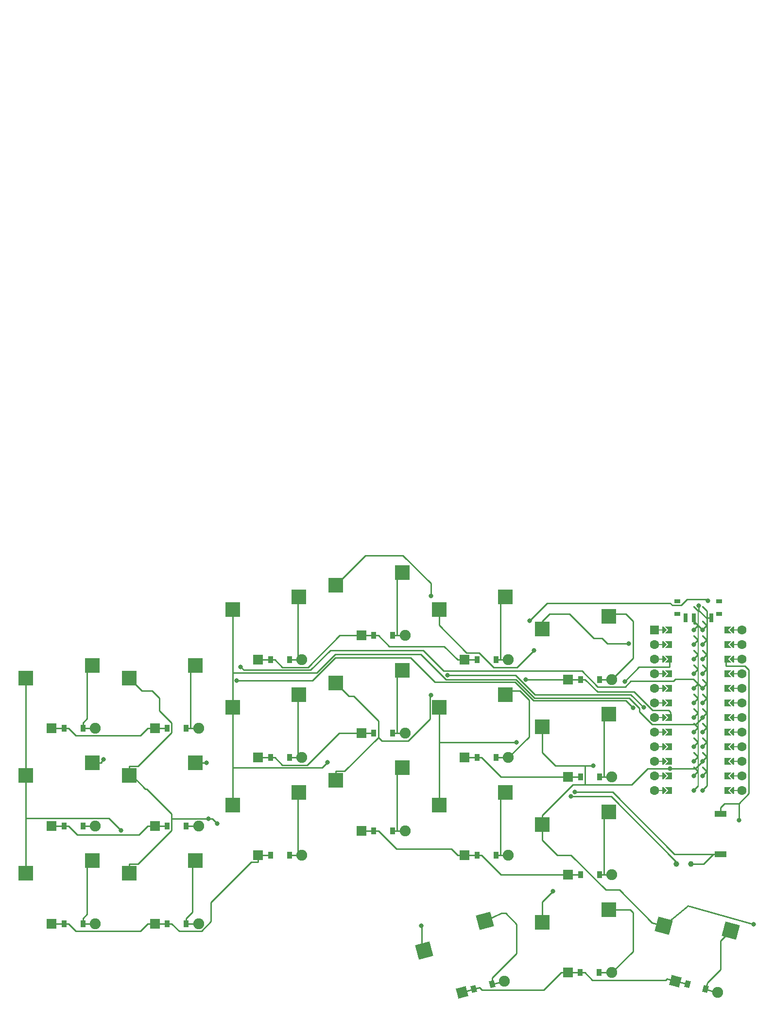
<source format=gbr>
%TF.GenerationSoftware,KiCad,Pcbnew,(6.0.4)*%
%TF.CreationDate,2022-07-15T23:35:53-07:00*%
%TF.ProjectId,danns87_corne_custom,64616e6e-7338-4375-9f63-6f726e655f63,v1.0.0*%
%TF.SameCoordinates,Original*%
%TF.FileFunction,Copper,L1,Top*%
%TF.FilePolarity,Positive*%
%FSLAX46Y46*%
G04 Gerber Fmt 4.6, Leading zero omitted, Abs format (unit mm)*
G04 Created by KiCad (PCBNEW (6.0.4)) date 2022-07-15 23:35:53*
%MOMM*%
%LPD*%
G01*
G04 APERTURE LIST*
G04 Aperture macros list*
%AMRotRect*
0 Rectangle, with rotation*
0 The origin of the aperture is its center*
0 $1 length*
0 $2 width*
0 $3 Rotation angle, in degrees counterclockwise*
0 Add horizontal line*
21,1,$1,$2,0,0,$3*%
%AMFreePoly0*
4,1,6,0.600000,0.200000,0.000000,-0.400000,-0.600000,0.200000,-0.600000,0.400000,0.600000,0.400000,0.600000,0.200000,0.600000,0.200000,$1*%
%AMFreePoly1*
4,1,5,0.125000,-0.500000,-0.125000,-0.500000,-0.125000,0.500000,0.125000,0.500000,0.125000,-0.500000,0.125000,-0.500000,$1*%
%AMFreePoly2*
4,1,49,0.088388,4.152388,0.854389,3.386388,0.867708,3.368551,0.871189,3.365530,0.871982,3.362827,0.875852,3.357644,0.882333,3.327543,0.891000,3.298000,0.891000,0.766000,0.887805,0.743969,0.888131,0.739371,0.886780,0.736898,0.885852,0.730498,0.869154,0.704638,0.854389,0.677612,0.088388,-0.088388,0.064607,-0.106146,0.062500,-0.108253,0.061385,-0.108552,0.059644,-0.109852,
0.043810,-0.113261,0.000000,-0.125000,-0.004774,-0.123721,-0.009154,-0.124664,-0.028953,-0.117242,-0.062500,-0.108253,-0.068237,-0.102516,-0.075052,-0.099961,-0.087614,-0.083139,-0.108253,-0.062500,-0.111178,-0.051584,-0.117161,-0.043572,-0.118539,-0.024114,-0.125000,0.000000,-0.121239,0.014035,-0.122131,0.026629,-0.113759,0.041953,-0.108253,0.062500,-0.095642,0.075111,-0.088388,0.088388,
0.641000,0.817777,0.641000,3.246223,-0.088388,3.975612,-0.109852,4.004356,-0.124664,4.073154,-0.099961,4.139052,-0.043572,4.181161,0.026629,4.186131,0.088388,4.152388,0.088388,4.152388,$1*%
%AMFreePoly3*
4,1,6,0.600000,-0.250000,-0.600000,-0.250000,-0.600000,1.000000,0.000000,0.400000,0.600000,1.000000,0.600000,-0.250000,0.600000,-0.250000,$1*%
%AMFreePoly4*
4,1,49,0.088388,4.152388,0.850389,3.390388,0.863708,3.372551,0.867189,3.369530,0.867982,3.366827,0.871852,3.361644,0.878333,3.331543,0.887000,3.302000,0.887000,0.762000,0.883805,0.739969,0.884131,0.735371,0.882780,0.732898,0.881852,0.726498,0.865154,0.700638,0.850389,0.673612,0.088388,-0.088388,0.064607,-0.106146,0.062500,-0.108253,0.061385,-0.108552,0.059644,-0.109852,
0.043810,-0.113261,0.000000,-0.125000,-0.004774,-0.123721,-0.009154,-0.124664,-0.028953,-0.117242,-0.062500,-0.108253,-0.068237,-0.102516,-0.075052,-0.099961,-0.087614,-0.083139,-0.108253,-0.062500,-0.111178,-0.051584,-0.117161,-0.043572,-0.118539,-0.024114,-0.125000,0.000000,-0.121239,0.014035,-0.122131,0.026629,-0.113759,0.041953,-0.108253,0.062500,-0.095642,0.075111,-0.088388,0.088388,
0.637000,0.813777,0.637000,3.250223,-0.088388,3.975612,-0.109852,4.004356,-0.124664,4.073154,-0.099961,4.139052,-0.043572,4.181161,0.026629,4.186131,0.088388,4.152388,0.088388,4.152388,$1*%
G04 Aperture macros list end*
%TA.AperFunction,ComponentPad*%
%ADD10C,1.000000*%
%TD*%
%TA.AperFunction,ComponentPad*%
%ADD11C,1.905000*%
%TD*%
%TA.AperFunction,SMDPad,CuDef*%
%ADD12R,0.900000X1.200000*%
%TD*%
%TA.AperFunction,ComponentPad*%
%ADD13R,1.778000X1.778000*%
%TD*%
%TA.AperFunction,SMDPad,CuDef*%
%ADD14R,2.600000X2.600000*%
%TD*%
%TA.AperFunction,SMDPad,CuDef*%
%ADD15R,2.000000X1.000000*%
%TD*%
%TA.AperFunction,SMDPad,CuDef*%
%ADD16FreePoly0,270.000000*%
%TD*%
%TA.AperFunction,SMDPad,CuDef*%
%ADD17FreePoly0,90.000000*%
%TD*%
%TA.AperFunction,ComponentPad*%
%ADD18R,1.600000X1.600000*%
%TD*%
%TA.AperFunction,SMDPad,CuDef*%
%ADD19FreePoly1,270.000000*%
%TD*%
%TA.AperFunction,ComponentPad*%
%ADD20C,1.600000*%
%TD*%
%TA.AperFunction,SMDPad,CuDef*%
%ADD21FreePoly1,90.000000*%
%TD*%
%TA.AperFunction,SMDPad,CuDef*%
%ADD22FreePoly2,270.000000*%
%TD*%
%TA.AperFunction,ComponentPad*%
%ADD23C,0.800000*%
%TD*%
%TA.AperFunction,SMDPad,CuDef*%
%ADD24FreePoly3,270.000000*%
%TD*%
%TA.AperFunction,SMDPad,CuDef*%
%ADD25FreePoly4,90.000000*%
%TD*%
%TA.AperFunction,SMDPad,CuDef*%
%ADD26FreePoly3,90.000000*%
%TD*%
%TA.AperFunction,SMDPad,CuDef*%
%ADD27R,1.000000X0.800000*%
%TD*%
%TA.AperFunction,SMDPad,CuDef*%
%ADD28R,0.700000X1.500000*%
%TD*%
%TA.AperFunction,SMDPad,CuDef*%
%ADD29RotRect,0.900000X1.200000X345.000000*%
%TD*%
%TA.AperFunction,ComponentPad*%
%ADD30RotRect,1.778000X1.778000X345.000000*%
%TD*%
%TA.AperFunction,SMDPad,CuDef*%
%ADD31RotRect,0.900000X1.200000X15.000000*%
%TD*%
%TA.AperFunction,ComponentPad*%
%ADD32RotRect,1.778000X1.778000X15.000000*%
%TD*%
%TA.AperFunction,SMDPad,CuDef*%
%ADD33RotRect,2.600000X2.600000X345.000000*%
%TD*%
%TA.AperFunction,SMDPad,CuDef*%
%ADD34RotRect,2.600000X2.600000X15.000000*%
%TD*%
%TA.AperFunction,ViaPad*%
%ADD35C,0.800000*%
%TD*%
%TA.AperFunction,Conductor*%
%ADD36C,0.250000*%
%TD*%
G04 APERTURE END LIST*
D10*
%TO.P,PAD1,1*%
%TO.N,pos*%
X123105000Y5400000D03*
%TO.P,PAD1,2*%
%TO.N,GND*%
X125645000Y5400000D03*
%TD*%
D11*
%TO.P,D10,1*%
%TO.N,middle_bottom*%
X75810000Y11150000D03*
D12*
%TO.N,P6*%
X70350000Y11150000D03*
%TO.P,D10,2*%
%TO.N,middle_bottom*%
X73650000Y11150000D03*
D13*
%TO.N,P6*%
X68190000Y11150000D03*
%TD*%
D12*
%TO.P,D9,1*%
%TO.N,P4*%
X52350000Y40900000D03*
D11*
%TO.N,ring_top*%
X57810000Y40900000D03*
D13*
%TO.P,D9,2*%
%TO.N,P4*%
X50190000Y40900000D03*
D12*
%TO.N,ring_top*%
X55650000Y40900000D03*
%TD*%
D11*
%TO.P,D7,1*%
%TO.N,ring_bottom*%
X57810000Y6900000D03*
D12*
%TO.N,P6*%
X52350000Y6900000D03*
%TO.P,D7,2*%
%TO.N,ring_bottom*%
X55650000Y6900000D03*
D13*
%TO.N,P6*%
X50190000Y6900000D03*
%TD*%
D12*
%TO.P,D2,1*%
%TO.N,P5*%
X16350000Y12000000D03*
D11*
%TO.N,outer_home*%
X21810000Y12000000D03*
D12*
%TO.P,D2,2*%
X19650000Y12000000D03*
D13*
%TO.N,P5*%
X14190000Y12000000D03*
%TD*%
D12*
%TO.P,D16,1*%
%TO.N,P6*%
X106350000Y3500000D03*
D11*
%TO.N,inner_bottom*%
X111810000Y3500000D03*
D13*
%TO.P,D16,2*%
%TO.N,P6*%
X104190000Y3500000D03*
D12*
%TO.N,inner_bottom*%
X109650000Y3500000D03*
%TD*%
D14*
%TO.P,S2,1*%
%TO.N,outer_home*%
X21275000Y22950000D03*
%TO.P,S2,2*%
%TO.N,P21*%
X9725000Y20750000D03*
%TD*%
D12*
%TO.P,D1,1*%
%TO.N,P6*%
X16350000Y-5000000D03*
D11*
%TO.N,outer_bottom*%
X21810000Y-5000000D03*
D12*
%TO.P,D1,2*%
X19650000Y-5000000D03*
D13*
%TO.N,P6*%
X14190000Y-5000000D03*
%TD*%
D11*
%TO.P,D6,1*%
%TO.N,pinky_top*%
X39810000Y29000000D03*
D12*
%TO.N,P4*%
X34350000Y29000000D03*
D13*
%TO.P,D6,2*%
X32190000Y29000000D03*
D12*
%TO.N,pinky_top*%
X37650000Y29000000D03*
%TD*%
D15*
%TO.P,S22,1*%
%TO.N,RST*%
X130810000Y14075000D03*
%TO.P,S22,2*%
%TO.N,GND*%
X130810000Y7075000D03*
%TD*%
D11*
%TO.P,D13,1*%
%TO.N,index_bottom*%
X93810000Y6900000D03*
D12*
%TO.N,P6*%
X88350000Y6900000D03*
D13*
%TO.P,D13,2*%
X86190000Y6900000D03*
D12*
%TO.N,index_bottom*%
X91650000Y6900000D03*
%TD*%
%TO.P,D4,1*%
%TO.N,P6*%
X34350000Y-5000000D03*
D11*
%TO.N,pinky_bottom*%
X39810000Y-5000000D03*
D12*
%TO.P,D4,2*%
X37650000Y-5000000D03*
D13*
%TO.N,P6*%
X32190000Y-5000000D03*
%TD*%
D16*
%TO.P,MCU1,*%
%TO.N,*%
X132732000Y23210000D03*
D17*
X121048000Y20670000D03*
D18*
X119270000Y46070000D03*
D19*
X133240000Y35910000D03*
D17*
X121048000Y46070000D03*
D20*
X119270000Y43530000D03*
X119270000Y33370000D03*
X119270000Y23210000D03*
X134510000Y25750000D03*
D17*
X121048000Y30830000D03*
D20*
X119270000Y25750000D03*
X134510000Y20670000D03*
D17*
X121048000Y35910000D03*
D21*
X120540000Y35910000D03*
D16*
X132732000Y33370000D03*
X132732000Y35910000D03*
D19*
X133240000Y46070000D03*
D20*
X134510000Y28290000D03*
X134510000Y18130000D03*
X134510000Y40990000D03*
D19*
X133240000Y18130000D03*
D21*
X120540000Y25750000D03*
D16*
X132732000Y46070000D03*
D20*
X119270000Y20670000D03*
D19*
X133240000Y38450000D03*
D21*
X120540000Y20670000D03*
D20*
X134510000Y33370000D03*
X119270000Y35910000D03*
D16*
X132732000Y18130000D03*
D20*
X134510000Y23210000D03*
D19*
X133240000Y25750000D03*
D16*
X132732000Y20670000D03*
D20*
X134510000Y30830000D03*
D16*
X132732000Y28290000D03*
D20*
X134510000Y46070000D03*
D17*
X121048000Y25750000D03*
D20*
X134510000Y43530000D03*
D17*
X121048000Y23210000D03*
D19*
X133240000Y43530000D03*
D20*
X119270000Y46070000D03*
D17*
X121048000Y38450000D03*
D21*
X120540000Y23210000D03*
D20*
X119270000Y40990000D03*
D16*
X132732000Y30830000D03*
D20*
X119270000Y18130000D03*
D21*
X120540000Y33370000D03*
X120540000Y38450000D03*
D17*
X121048000Y40990000D03*
D19*
X133240000Y23210000D03*
D16*
X132732000Y40990000D03*
X132732000Y38450000D03*
D19*
X133240000Y33370000D03*
D20*
X134510000Y35910000D03*
D19*
X133240000Y28290000D03*
D20*
X119270000Y28290000D03*
D21*
X120540000Y40990000D03*
D17*
X121048000Y33370000D03*
D16*
X132732000Y43530000D03*
D20*
X119270000Y38450000D03*
D21*
X120540000Y18130000D03*
D19*
X133240000Y20670000D03*
D16*
X132732000Y25750000D03*
D21*
X120540000Y46070000D03*
X120540000Y28290000D03*
D20*
X134510000Y38450000D03*
D19*
X133240000Y30830000D03*
D21*
X120540000Y30830000D03*
D20*
X119270000Y30830000D03*
D17*
X121048000Y43530000D03*
X121048000Y28290000D03*
D19*
X133240000Y40990000D03*
D17*
X121048000Y18130000D03*
D21*
X120540000Y43530000D03*
D22*
%TO.P,MCU1,1*%
%TO.N,RAW*%
X127652000Y46070000D03*
D23*
X127652000Y46070000D03*
D24*
X131716000Y46070000D03*
D23*
%TO.P,MCU1,2*%
%TO.N,GND*%
X127652000Y43530000D03*
D22*
X127652000Y43530000D03*
D24*
X131716000Y43530000D03*
D23*
%TO.P,MCU1,3*%
%TO.N,RST*%
X127652000Y40990000D03*
D22*
X127652000Y40990000D03*
D24*
X131716000Y40990000D03*
%TO.P,MCU1,4*%
%TO.N,VCC*%
X131716000Y38450000D03*
D23*
X127652000Y38450000D03*
D22*
X127652000Y38450000D03*
D23*
%TO.P,MCU1,5*%
%TO.N,P21*%
X127652000Y35910000D03*
D24*
X131716000Y35910000D03*
D22*
X127652000Y35910000D03*
D23*
%TO.P,MCU1,6*%
%TO.N,P20*%
X127652000Y33370000D03*
D24*
X131716000Y33370000D03*
D22*
X127652000Y33370000D03*
D24*
%TO.P,MCU1,7*%
%TO.N,P19*%
X131716000Y30830000D03*
D23*
X127652000Y30830000D03*
D22*
X127652000Y30830000D03*
D23*
%TO.P,MCU1,8*%
%TO.N,P18*%
X127652000Y28290000D03*
D22*
X127652000Y28290000D03*
D24*
X131716000Y28290000D03*
D22*
%TO.P,MCU1,9*%
%TO.N,P15*%
X127652000Y25750000D03*
D24*
X131716000Y25750000D03*
D23*
X127652000Y25750000D03*
D24*
%TO.P,MCU1,10*%
%TO.N,P14*%
X131716000Y23210000D03*
D23*
X127652000Y23210000D03*
D22*
X127652000Y23210000D03*
D23*
%TO.P,MCU1,11*%
%TO.N,P16*%
X127652000Y20670000D03*
D22*
X127652000Y20670000D03*
D24*
X131716000Y20670000D03*
D22*
%TO.P,MCU1,12*%
%TO.N,P10*%
X127652000Y18130000D03*
D24*
X131716000Y18130000D03*
D23*
X127652000Y18130000D03*
%TO.P,MCU1,13*%
%TO.N,P9*%
X126128000Y18130000D03*
D25*
X126128000Y18130000D03*
D26*
X122064000Y18130000D03*
D25*
%TO.P,MCU1,14*%
%TO.N,P8*%
X126128000Y20670000D03*
D23*
X126128000Y20670000D03*
D26*
X122064000Y20670000D03*
D23*
%TO.P,MCU1,15*%
%TO.N,P7*%
X126128000Y23210000D03*
D25*
X126128000Y23210000D03*
D26*
X122064000Y23210000D03*
D25*
%TO.P,MCU1,16*%
%TO.N,P6*%
X126128000Y25750000D03*
D26*
X122064000Y25750000D03*
D23*
X126128000Y25750000D03*
%TO.P,MCU1,17*%
%TO.N,P5*%
X126128000Y28290000D03*
D25*
X126128000Y28290000D03*
D26*
X122064000Y28290000D03*
%TO.P,MCU1,18*%
%TO.N,P4*%
X122064000Y30830000D03*
D23*
X126128000Y30830000D03*
D25*
X126128000Y30830000D03*
D23*
%TO.P,MCU1,19*%
%TO.N,P3*%
X126128000Y33370000D03*
D26*
X122064000Y33370000D03*
D25*
X126128000Y33370000D03*
D23*
%TO.P,MCU1,20*%
%TO.N,P2*%
X126128000Y35910000D03*
D25*
X126128000Y35910000D03*
D26*
X122064000Y35910000D03*
D23*
%TO.P,MCU1,21*%
%TO.N,GND*%
X126128000Y38450000D03*
D25*
X126128000Y38450000D03*
D26*
X122064000Y38450000D03*
D23*
%TO.P,MCU1,22*%
X126128000Y40990000D03*
D26*
X122064000Y40990000D03*
D25*
X126128000Y40990000D03*
%TO.P,MCU1,23*%
%TO.N,P0*%
X126128000Y43530000D03*
D23*
X126128000Y43530000D03*
D26*
X122064000Y43530000D03*
D25*
%TO.P,MCU1,24*%
%TO.N,P1*%
X126128000Y46070000D03*
D23*
X126128000Y46070000D03*
D26*
X122064000Y46070000D03*
%TD*%
D14*
%TO.P,S1,1*%
%TO.N,outer_bottom*%
X21275000Y5950000D03*
%TO.P,S1,2*%
%TO.N,P21*%
X9725000Y3750000D03*
%TD*%
%TO.P,S5,1*%
%TO.N,pinky_home*%
X39275000Y22950000D03*
%TO.P,S5,2*%
%TO.N,P20*%
X27725000Y20750000D03*
%TD*%
%TO.P,S15,1*%
%TO.N,index_top*%
X93275000Y51850000D03*
%TO.P,S15,2*%
%TO.N,P15*%
X81725000Y49650000D03*
%TD*%
D12*
%TO.P,D14,1*%
%TO.N,P5*%
X88350000Y23900000D03*
D11*
%TO.N,index_home*%
X93810000Y23900000D03*
D13*
%TO.P,D14,2*%
%TO.N,P5*%
X86190000Y23900000D03*
D12*
%TO.N,index_home*%
X91650000Y23900000D03*
%TD*%
D14*
%TO.P,S6,1*%
%TO.N,pinky_top*%
X39275000Y39950000D03*
%TO.P,S6,2*%
%TO.N,P20*%
X27725000Y37750000D03*
%TD*%
%TO.P,S9,1*%
%TO.N,ring_top*%
X57275000Y51850000D03*
%TO.P,S9,2*%
%TO.N,P19*%
X45725000Y49650000D03*
%TD*%
%TO.P,S8,1*%
%TO.N,ring_home*%
X57275000Y34850000D03*
%TO.P,S8,2*%
%TO.N,P19*%
X45725000Y32650000D03*
%TD*%
D12*
%TO.P,D18,1*%
%TO.N,P4*%
X106350000Y37500000D03*
D11*
%TO.N,inner_top*%
X111810000Y37500000D03*
D12*
%TO.P,D18,2*%
X109650000Y37500000D03*
D13*
%TO.N,P4*%
X104190000Y37500000D03*
%TD*%
D14*
%TO.P,S4,1*%
%TO.N,pinky_bottom*%
X39275000Y5950000D03*
%TO.P,S4,2*%
%TO.N,P20*%
X27725000Y3750000D03*
%TD*%
D11*
%TO.P,D8,1*%
%TO.N,ring_home*%
X57810000Y23900000D03*
D12*
%TO.N,P5*%
X52350000Y23900000D03*
D13*
%TO.P,D8,2*%
X50190000Y23900000D03*
D12*
%TO.N,ring_home*%
X55650000Y23900000D03*
%TD*%
D14*
%TO.P,S18,1*%
%TO.N,inner_top*%
X111275000Y48450000D03*
%TO.P,S18,2*%
%TO.N,P14*%
X99725000Y46250000D03*
%TD*%
%TO.P,S13,1*%
%TO.N,index_bottom*%
X93275000Y17850000D03*
%TO.P,S13,2*%
%TO.N,P15*%
X81725000Y15650000D03*
%TD*%
D11*
%TO.P,D11,1*%
%TO.N,middle_home*%
X75810000Y28150000D03*
D12*
%TO.N,P5*%
X70350000Y28150000D03*
D13*
%TO.P,D11,2*%
X68190000Y28150000D03*
D12*
%TO.N,middle_home*%
X73650000Y28150000D03*
%TD*%
D14*
%TO.P,S12,1*%
%TO.N,middle_top*%
X75275000Y56100000D03*
%TO.P,S12,2*%
%TO.N,P18*%
X63725000Y53900000D03*
%TD*%
D12*
%TO.P,D3,1*%
%TO.N,P4*%
X16350000Y29000000D03*
D11*
%TO.N,outer_top*%
X21810000Y29000000D03*
D13*
%TO.P,D3,2*%
%TO.N,P4*%
X14190000Y29000000D03*
D12*
%TO.N,outer_top*%
X19650000Y29000000D03*
%TD*%
D11*
%TO.P,D5,1*%
%TO.N,pinky_home*%
X39810000Y12000000D03*
D12*
%TO.N,P5*%
X34350000Y12000000D03*
%TO.P,D5,2*%
%TO.N,pinky_home*%
X37650000Y12000000D03*
D13*
%TO.N,P5*%
X32190000Y12000000D03*
%TD*%
D27*
%TO.P,T1,*%
%TO.N,*%
X130540000Y51105000D03*
X123240000Y48895000D03*
X123240000Y51105000D03*
X130540000Y48895000D03*
D28*
%TO.P,T1,1*%
%TO.N,pos*%
X129140000Y48245000D03*
%TO.P,T1,2*%
%TO.N,RAW*%
X126140000Y48245000D03*
%TO.P,T1,3*%
%TO.N,N/C*%
X124640000Y48245000D03*
%TD*%
D14*
%TO.P,S11,1*%
%TO.N,middle_home*%
X75275000Y39100000D03*
%TO.P,S11,2*%
%TO.N,P18*%
X63725000Y36900000D03*
%TD*%
%TO.P,S10,1*%
%TO.N,middle_bottom*%
X75275000Y22100000D03*
%TO.P,S10,2*%
%TO.N,P18*%
X63725000Y19900000D03*
%TD*%
D11*
%TO.P,D17,1*%
%TO.N,inner_home*%
X111810000Y20500000D03*
D12*
%TO.N,P5*%
X106350000Y20500000D03*
%TO.P,D17,2*%
%TO.N,inner_home*%
X109650000Y20500000D03*
D13*
%TO.N,P5*%
X104190000Y20500000D03*
%TD*%
D11*
%TO.P,D20,1*%
%TO.N,home_thumb*%
X111796700Y-13541300D03*
D12*
%TO.N,P7*%
X106336700Y-13541300D03*
D13*
%TO.P,D20,2*%
X104176700Y-13541300D03*
D12*
%TO.N,home_thumb*%
X109636700Y-13541300D03*
%TD*%
D29*
%TO.P,D21,1*%
%TO.N,P7*%
X124992122Y-15562849D03*
D11*
%TO.N,far_thumb*%
X130266077Y-16976001D03*
D30*
%TO.P,D21,2*%
%TO.N,P7*%
X122905723Y-15003799D03*
D29*
%TO.N,far_thumb*%
X128179678Y-16416951D03*
%TD*%
D14*
%TO.P,S7,1*%
%TO.N,ring_bottom*%
X57275000Y17850000D03*
%TO.P,S7,2*%
%TO.N,P19*%
X45725000Y15650000D03*
%TD*%
%TO.P,S17,1*%
%TO.N,inner_home*%
X111275000Y31450000D03*
%TO.P,S17,2*%
%TO.N,P14*%
X99725000Y29250000D03*
%TD*%
D11*
%TO.P,D12,1*%
%TO.N,middle_top*%
X75810000Y45150000D03*
D12*
%TO.N,P4*%
X70350000Y45150000D03*
D13*
%TO.P,D12,2*%
X68190000Y45150000D03*
D12*
%TO.N,middle_top*%
X73650000Y45150000D03*
%TD*%
%TO.P,D15,1*%
%TO.N,P4*%
X88350000Y40900000D03*
D11*
%TO.N,index_top*%
X93810000Y40900000D03*
D12*
%TO.P,D15,2*%
X91650000Y40900000D03*
D13*
%TO.N,P4*%
X86190000Y40900000D03*
%TD*%
D14*
%TO.P,S20,1*%
%TO.N,home_thumb*%
X111261700Y-2591300D03*
%TO.P,S20,2*%
%TO.N,P15*%
X99711700Y-4791300D03*
%TD*%
D31*
%TO.P,D19,1*%
%TO.N,P7*%
X87793722Y-16416951D03*
D11*
%TO.N,near_thumb*%
X93067677Y-15003799D03*
D32*
%TO.P,D19,2*%
%TO.N,P7*%
X85707323Y-16976001D03*
D31*
%TO.N,near_thumb*%
X90981278Y-15562849D03*
%TD*%
D33*
%TO.P,S21,1*%
%TO.N,far_thumb*%
X132583380Y-6260674D03*
%TO.P,S21,2*%
%TO.N,P14*%
X120857535Y-5396351D03*
%TD*%
D14*
%TO.P,S3,1*%
%TO.N,outer_top*%
X21275000Y39950000D03*
%TO.P,S3,2*%
%TO.N,P21*%
X9725000Y37750000D03*
%TD*%
D34*
%TO.P,S19,1*%
%TO.N,near_thumb*%
X89716834Y-4565409D03*
%TO.P,S19,2*%
%TO.N,P18*%
X79129792Y-9679806D03*
%TD*%
D14*
%TO.P,S14,1*%
%TO.N,index_home*%
X93275000Y34850000D03*
%TO.P,S14,2*%
%TO.N,P15*%
X81725000Y32650000D03*
%TD*%
%TO.P,S16,1*%
%TO.N,inner_bottom*%
X111275000Y14450000D03*
%TO.P,S16,2*%
%TO.N,P14*%
X99725000Y12250000D03*
%TD*%
D35*
%TO.N,P21*%
X47159000Y39694100D03*
X26275000Y11196900D03*
%TO.N,P6*%
X97523800Y47736600D03*
X128600600Y51172500D03*
%TO.N,outer_home*%
X23214500Y23577000D03*
%TO.N,P4*%
X96803500Y37500000D03*
%TO.N,P20*%
X46458800Y37288200D03*
X43095300Y12376600D03*
X115536700Y32520900D03*
X41526300Y13282000D03*
%TO.N,pinky_home*%
X41213800Y22950000D03*
%TO.N,P19*%
X62275000Y23052000D03*
%TO.N,P18*%
X80275000Y51993000D03*
X78648278Y-5372650D03*
X83203500Y38224400D03*
X117379700Y32605200D03*
X80275000Y34775000D03*
%TO.N,P15*%
X95250000Y26518900D03*
X98275000Y42527300D03*
X101600000Y635000D03*
%TO.N,P14*%
X108591300Y22497200D03*
X121975600Y21940000D03*
X136525000Y-5080000D03*
X114783300Y43731400D03*
%TO.N,GND*%
X114053800Y37109400D03*
X105369700Y17873400D03*
%TO.N,RST*%
X133985000Y12966400D03*
%TO.N,pos*%
X104665100Y17148100D03*
X127000000Y50299900D03*
%TD*%
D36*
%TO.N,outer_bottom*%
X20390800Y5065800D02*
X20390800Y-3333900D01*
X21810000Y-5000000D02*
X19650000Y-5000000D01*
X20390800Y-3333900D02*
X19650000Y-4074700D01*
X19650000Y-5000000D02*
X19650000Y-4074700D01*
X21275000Y5950000D02*
X20390800Y5065800D01*
%TO.N,P21*%
X106645400Y38949700D02*
X109393000Y36202100D01*
X122557300Y37180000D02*
X122940300Y37563000D01*
X47159000Y39694100D02*
X47717300Y39135800D01*
X9725000Y20750000D02*
X9725000Y13324000D01*
X24147900Y13324000D02*
X26275000Y11196900D01*
X115150200Y37180000D02*
X122557300Y37180000D01*
X78956100Y42545000D02*
X82551400Y38949700D01*
X9725000Y13324000D02*
X24147900Y13324000D01*
X9725000Y37750000D02*
X9725000Y20750000D01*
X109393000Y36202100D02*
X114172300Y36202100D01*
X125999000Y37563000D02*
X127652000Y35910000D01*
X122940300Y37563000D02*
X125999000Y37563000D01*
X59349200Y39135800D02*
X62758400Y42545000D01*
X9725000Y13324000D02*
X9725000Y3750000D01*
X62758400Y42545000D02*
X78956100Y42545000D01*
X47717300Y39135800D02*
X59349200Y39135800D01*
X114172300Y36202100D02*
X115150200Y37180000D01*
X82551400Y38949700D02*
X106645400Y38949700D01*
%TO.N,P6*%
X50190000Y6900000D02*
X50190000Y5685700D01*
X128338100Y51435000D02*
X128600600Y51172500D01*
X34350000Y-5000000D02*
X32190000Y-5000000D01*
X34350000Y-5000000D02*
X35125300Y-5000000D01*
X92525300Y3500000D02*
X89125300Y6900000D01*
X121995978Y50800000D02*
X122415489Y50380489D01*
X97523800Y47736600D02*
X100587200Y50800000D01*
X32190000Y-5000000D02*
X30975700Y-5000000D01*
X48975700Y5685700D02*
X41986000Y-1304000D01*
X124951000Y51435000D02*
X128338100Y51435000D01*
X88350000Y6900000D02*
X89125300Y6900000D01*
X122415489Y50380489D02*
X123896489Y50380489D01*
X14190000Y-5000000D02*
X16350000Y-5000000D01*
X16350000Y-5000000D02*
X17125300Y-5000000D01*
X50190000Y5685700D02*
X48975700Y5685700D01*
X18416200Y-6290900D02*
X17125300Y-5000000D01*
X84975700Y6900000D02*
X83895700Y7980000D01*
X52350000Y6900000D02*
X50190000Y6900000D01*
X30975700Y-5000000D02*
X29684800Y-6290900D01*
X83895700Y7980000D02*
X74295300Y7980000D01*
X70350000Y11150000D02*
X71125300Y11150000D01*
X123896489Y50380489D02*
X124951000Y51435000D01*
X29684800Y-6290900D02*
X18416200Y-6290900D01*
X86190000Y6900000D02*
X84975700Y6900000D01*
X74295300Y7980000D02*
X71125300Y11150000D01*
X41986000Y-4635700D02*
X40330800Y-6290900D01*
X106350000Y3500000D02*
X104190000Y3500000D01*
X40330800Y-6290900D02*
X36416200Y-6290900D01*
X86190000Y6900000D02*
X88350000Y6900000D01*
X41986000Y-1304000D02*
X41986000Y-4635700D01*
X36416200Y-6290900D02*
X35125300Y-5000000D01*
X100587200Y50800000D02*
X121995978Y50800000D01*
X104190000Y3500000D02*
X92525300Y3500000D01*
X68190000Y11150000D02*
X70350000Y11150000D01*
%TO.N,outer_home*%
X21810000Y12000000D02*
X19650000Y12000000D01*
X21275000Y22950000D02*
X22900300Y22950000D01*
X22900300Y23262800D02*
X22900300Y22950000D01*
X23214500Y23577000D02*
X22900300Y23262800D01*
%TO.N,P5*%
X92525300Y20500000D02*
X104190000Y20500000D01*
X34350000Y12000000D02*
X32190000Y12000000D01*
X89125300Y23900000D02*
X92525300Y20500000D01*
X68190000Y28150000D02*
X64311400Y28150000D01*
X64311400Y28150000D02*
X58749100Y22587700D01*
X29421800Y10446100D02*
X18679200Y10446100D01*
X58749100Y22587700D02*
X54437600Y22587700D01*
X88350000Y23900000D02*
X89125300Y23900000D01*
X52350000Y23900000D02*
X53125300Y23900000D01*
X106350000Y20500000D02*
X104190000Y20500000D01*
X88350000Y23900000D02*
X86190000Y23900000D01*
X54437600Y22587700D02*
X53125300Y23900000D01*
X32190000Y12000000D02*
X30975700Y12000000D01*
X18679200Y10446100D02*
X17125300Y12000000D01*
X16350000Y12000000D02*
X17125300Y12000000D01*
X30975700Y12000000D02*
X29421800Y10446100D01*
X14190000Y12000000D02*
X16350000Y12000000D01*
X50190000Y23900000D02*
X52350000Y23900000D01*
X70350000Y28150000D02*
X68190000Y28150000D01*
%TO.N,outer_top*%
X21275000Y39950000D02*
X20390800Y39065800D01*
X20390800Y30666100D02*
X19650000Y29925300D01*
X21810000Y29000000D02*
X19650000Y29000000D01*
X20390800Y39065800D02*
X20390800Y30666100D01*
X19650000Y29000000D02*
X19650000Y29925300D01*
%TO.N,P4*%
X18413800Y27711500D02*
X17125300Y29000000D01*
X86190000Y40900000D02*
X84975700Y40900000D01*
X30975700Y29000000D02*
X29687200Y27711500D01*
X104190000Y37500000D02*
X96803500Y37500000D01*
X29687200Y27711500D02*
X18413800Y27711500D01*
X16350000Y29000000D02*
X17125300Y29000000D01*
X73018600Y43256700D02*
X71125300Y45150000D01*
X58889200Y39619300D02*
X54406000Y39619300D01*
X32190000Y29000000D02*
X30975700Y29000000D01*
X118886200Y32124500D02*
X121694800Y32124500D01*
X64419900Y45150000D02*
X58889200Y39619300D01*
X107125300Y37500000D02*
X109318000Y35307300D01*
X52350000Y40900000D02*
X53125300Y40900000D01*
X115703400Y35307300D02*
X118886200Y32124500D01*
X106350000Y37500000D02*
X104190000Y37500000D01*
X34350000Y29000000D02*
X32190000Y29000000D01*
X50190000Y40900000D02*
X52350000Y40900000D01*
X109318000Y35307300D02*
X115703400Y35307300D01*
X88350000Y40900000D02*
X86190000Y40900000D01*
X54406000Y39619300D02*
X53125300Y40900000D01*
X84975700Y40900000D02*
X82619000Y43256700D01*
X68190000Y45150000D02*
X64419900Y45150000D01*
X106350000Y37500000D02*
X107125300Y37500000D01*
X121694800Y32124500D02*
X122064000Y31755300D01*
X14190000Y29000000D02*
X16350000Y29000000D01*
X70350000Y45150000D02*
X71125300Y45150000D01*
X70350000Y45150000D02*
X68190000Y45150000D01*
X82619000Y43256700D02*
X73018600Y43256700D01*
X122064000Y30830000D02*
X122064000Y31755300D01*
%TO.N,pinky_bottom*%
X38735000Y-2989700D02*
X37650000Y-4074700D01*
X38735000Y5410000D02*
X38735000Y-2989700D01*
X37650000Y-4074700D02*
X37650000Y-5000000D01*
X39275000Y5950000D02*
X38735000Y5410000D01*
X39810000Y-5000000D02*
X37650000Y-5000000D01*
%TO.N,P20*%
X27725000Y21256100D02*
X27725000Y22375300D01*
X33020000Y32029022D02*
X33020000Y34290000D01*
X35125400Y11252000D02*
X29248700Y5375300D01*
X27725000Y22375300D02*
X29248700Y22375300D01*
X63638800Y41275000D02*
X76792200Y41275000D01*
X35124511Y28251111D02*
X35124511Y29924511D01*
X31750000Y35560000D02*
X29915000Y35560000D01*
X35125400Y13282000D02*
X41526300Y13282000D01*
X27725000Y20750000D02*
X27725000Y21256100D01*
X27725000Y21256100D02*
X30542200Y18438900D01*
X30818300Y18438900D02*
X35125400Y14131800D01*
X27725000Y3750000D02*
X27725000Y5375300D01*
X35125400Y13282000D02*
X35125400Y11252000D01*
X33020000Y34290000D02*
X31750000Y35560000D01*
X42189900Y13282000D02*
X43095300Y12376600D01*
X35124511Y29924511D02*
X33020000Y32029022D01*
X94925300Y37048800D02*
X98164600Y33809500D01*
X29915000Y35560000D02*
X27725000Y37750000D01*
X29248700Y22375300D02*
X35124511Y28251111D01*
X30542200Y18438900D02*
X30818300Y18438900D01*
X41526300Y13282000D02*
X42189900Y13282000D01*
X114248100Y33809500D02*
X115536700Y32520900D01*
X98164600Y33809500D02*
X114248100Y33809500D01*
X59652000Y37288200D02*
X63638800Y41275000D01*
X76792200Y41275000D02*
X81018400Y37048800D01*
X46458800Y37288200D02*
X59652000Y37288200D01*
X81018400Y37048800D02*
X94925300Y37048800D01*
X35125400Y14131800D02*
X35125400Y13282000D01*
X29248700Y5375300D02*
X27725000Y5375300D01*
%TO.N,pinky_home*%
X37650000Y12000000D02*
X38425300Y12000000D01*
X40900300Y22950000D02*
X41213800Y22950000D01*
X39810000Y12000000D02*
X38425300Y12000000D01*
X39275000Y22950000D02*
X40900300Y22950000D01*
%TO.N,pinky_top*%
X39810000Y29000000D02*
X38425300Y29000000D01*
X37650000Y29000000D02*
X38425300Y29000000D01*
X39275000Y39950000D02*
X38425300Y39100300D01*
X38425300Y39100300D02*
X38425300Y29000000D01*
%TO.N,ring_bottom*%
X57121100Y17696100D02*
X57121100Y7588900D01*
X57810000Y6900000D02*
X55650000Y6900000D01*
X57121100Y7588900D02*
X57810000Y6900000D01*
X57275000Y17850000D02*
X57121100Y17696100D01*
%TO.N,P19*%
X45725000Y32650000D02*
X45725000Y22137400D01*
X45725000Y49650000D02*
X45725000Y38685500D01*
X45725000Y38685500D02*
X45725000Y32650000D01*
X126443092Y29655800D02*
X126443092Y29657341D01*
X45725000Y22137400D02*
X61360400Y22137400D01*
X78492200Y41910000D02*
X82903100Y37499100D01*
X116632700Y32450800D02*
X116632700Y31849500D01*
X118826400Y29655800D02*
X126443092Y29655800D01*
X63636800Y41910000D02*
X78492200Y41910000D01*
X95111900Y37499100D02*
X98351200Y34259800D01*
X82903100Y37499100D02*
X95111900Y37499100D01*
X114823700Y34259800D02*
X116632700Y32450800D01*
X60412300Y38685500D02*
X63636800Y41910000D01*
X98351200Y34259800D02*
X114823700Y34259800D01*
X61360400Y22137400D02*
X62275000Y23052000D01*
X45725000Y38685500D02*
X60412300Y38685500D01*
X126443092Y29657341D02*
X127652000Y30830000D01*
X116632700Y31849500D02*
X118826400Y29655800D01*
X45725000Y22137400D02*
X45725000Y15650000D01*
%TO.N,ring_home*%
X57810000Y23900000D02*
X55650000Y23900000D01*
X57275000Y34850000D02*
X57121100Y34696100D01*
X57121100Y24588900D02*
X57810000Y23900000D01*
X57121100Y34696100D02*
X57121100Y24588900D01*
%TO.N,ring_top*%
X57121100Y51696100D02*
X57121100Y40900000D01*
X57121100Y40900000D02*
X55650000Y40900000D01*
X57275000Y51850000D02*
X57121100Y51696100D01*
X57810000Y40900000D02*
X57121100Y40900000D01*
%TO.N,middle_bottom*%
X75275000Y22100000D02*
X74425300Y21250300D01*
X73650000Y11150000D02*
X74425300Y11150000D01*
X74425300Y21250300D02*
X74425300Y11150000D01*
X75810000Y11150000D02*
X74425300Y11150000D01*
%TO.N,P18*%
X78740000Y-5464372D02*
X78740000Y-9290014D01*
X71138100Y27414700D02*
X65248700Y21525300D01*
X98391000Y34857000D02*
X115127900Y34857000D01*
X80099700Y34599700D02*
X80275000Y34775000D01*
X71735100Y26817700D02*
X76332700Y26817700D01*
X63725000Y53900000D02*
X68880000Y59055000D01*
X80275000Y54195700D02*
X80275000Y51993000D01*
X66036100Y34588900D02*
X66818300Y34588900D01*
X63725000Y36900000D02*
X66036100Y34588900D01*
X78740000Y-9290014D02*
X79129792Y-9679806D01*
X71138100Y27414700D02*
X71735100Y26817700D01*
X115127900Y34857000D02*
X117379700Y32605200D01*
X71138100Y30269100D02*
X71138100Y27414700D01*
X68880000Y59055000D02*
X75415700Y59055000D01*
X95023600Y38224400D02*
X98391000Y34857000D01*
X83203500Y38224400D02*
X95023600Y38224400D01*
X63725000Y19900000D02*
X63725000Y21525300D01*
X78648278Y-5372650D02*
X78740000Y-5464372D01*
X75415700Y59055000D02*
X80275000Y54195700D01*
X76332700Y26817700D02*
X80099700Y30584700D01*
X66818300Y34588900D02*
X71138100Y30269100D01*
X80099700Y30584700D02*
X80099700Y34599700D01*
X65248700Y21525300D02*
X63725000Y21525300D01*
%TO.N,middle_home*%
X74425300Y38250300D02*
X74425300Y28150000D01*
X75275000Y39100000D02*
X74425300Y38250300D01*
X73650000Y28150000D02*
X74425300Y28150000D01*
X75810000Y28150000D02*
X74425300Y28150000D01*
%TO.N,middle_top*%
X73650000Y45150000D02*
X74425300Y45150000D01*
X74425300Y55250300D02*
X74425300Y45150000D01*
X75810000Y45150000D02*
X74425300Y45150000D01*
X75275000Y56100000D02*
X74425300Y55250300D01*
%TO.N,index_bottom*%
X93275000Y17850000D02*
X92425300Y17000300D01*
X91650000Y6900000D02*
X92425300Y6900000D01*
X92425300Y17000300D02*
X92425300Y6900000D01*
X93810000Y6900000D02*
X92425300Y6900000D01*
%TO.N,P15*%
X95321000Y39573300D02*
X98275000Y42527300D01*
X81725000Y15650000D02*
X81725000Y26518900D01*
X88683600Y42138000D02*
X91248300Y39573300D01*
X81725000Y46921900D02*
X86508900Y42138000D01*
X81725000Y49650000D02*
X81725000Y46921900D01*
X81725000Y26518900D02*
X95250000Y26518900D01*
X81725000Y26518900D02*
X81725000Y32650000D01*
X101600000Y635000D02*
X99711700Y-1253300D01*
X86508900Y42138000D02*
X88683600Y42138000D01*
X91248300Y39573300D02*
X95321000Y39573300D01*
X99711700Y-1253300D02*
X99711700Y-4791300D01*
%TO.N,index_home*%
X97410109Y33928273D02*
X97410109Y27500109D01*
X93810000Y23900000D02*
X91650000Y23900000D01*
X97410109Y27500109D02*
X93810000Y23900000D01*
X95778382Y35560000D02*
X97410109Y33928273D01*
X93275000Y34850000D02*
X93985000Y35560000D01*
X93985000Y35560000D02*
X95778382Y35560000D01*
%TO.N,index_top*%
X93810000Y40900000D02*
X92425300Y40900000D01*
X93275000Y51850000D02*
X92425300Y51000300D01*
X92425300Y51000300D02*
X92425300Y40900000D01*
X91650000Y40900000D02*
X92425300Y40900000D01*
%TO.N,inner_bottom*%
X111275000Y14450000D02*
X110425300Y13600300D01*
X110425300Y13600300D02*
X110425300Y3500000D01*
X111810000Y3500000D02*
X110425300Y3500000D01*
X109650000Y3500000D02*
X110425300Y3500000D01*
%TO.N,P14*%
X120857500Y-5396400D02*
X118866900Y-4863000D01*
X99725000Y24735000D02*
X99725000Y29250000D01*
X111070000Y43731400D02*
X114783300Y43731400D01*
X102366600Y6898200D02*
X99725000Y9539800D01*
X110760200Y848000D02*
X104710000Y6898200D01*
X101962800Y22497200D02*
X99725000Y24735000D01*
X99725000Y12250000D02*
X99725000Y13875300D01*
X118086800Y21940000D02*
X121975600Y21940000D01*
X127652000Y23210000D02*
X126382000Y21940000D01*
X110151500Y44649900D02*
X111070000Y43731400D01*
X99725000Y46250000D02*
X99725000Y47655000D01*
X125095000Y-1905000D02*
X136525000Y-5080000D01*
X104417800Y48895000D02*
X108662900Y44649900D01*
X107171300Y19155100D02*
X115301900Y19155100D01*
X120857535Y-5396351D02*
X125095000Y-1905000D01*
X104710000Y6898200D02*
X102366600Y6898200D01*
X126382000Y21940000D02*
X121975600Y21940000D01*
X107171300Y19155100D02*
X105004800Y19155100D01*
X108591300Y22497200D02*
X107171300Y22497200D01*
X107171300Y22497200D02*
X101962800Y22497200D01*
X105004800Y19155100D02*
X99725000Y13875300D01*
X108662900Y44649900D02*
X110151500Y44649900D01*
X99725000Y47655000D02*
X100965000Y48895000D01*
X107171300Y19155100D02*
X107171300Y22497200D01*
X99725000Y9539800D02*
X99725000Y12250000D01*
X118866900Y-4863000D02*
X113155900Y848000D01*
X113155900Y848000D02*
X110760200Y848000D01*
X100965000Y48895000D02*
X104417800Y48895000D01*
X115301900Y19155100D02*
X118086800Y21940000D01*
%TO.N,inner_home*%
X110425300Y30600300D02*
X110425300Y20500000D01*
X111810000Y20500000D02*
X110425300Y20500000D01*
X109650000Y20500000D02*
X110425300Y20500000D01*
X111275000Y31450000D02*
X110425300Y30600300D01*
%TO.N,inner_top*%
X114300000Y48895000D02*
X115527100Y47667900D01*
X111720000Y48895000D02*
X114300000Y48895000D01*
X115527100Y41217100D02*
X111810000Y37500000D01*
X111275000Y48450000D02*
X111720000Y48895000D01*
X111810000Y37500000D02*
X109650000Y37500000D01*
X115527100Y47667900D02*
X115527100Y41217100D01*
%TO.N,near_thumb*%
X90981278Y-15562849D02*
X93067677Y-15003799D01*
X92564600Y-3175000D02*
X89716834Y-4565409D01*
X92564600Y-3175000D02*
X93345000Y-3175000D01*
X93345000Y-3175000D02*
X95250000Y-5080000D01*
X90981300Y-14428700D02*
X90981300Y-15562800D01*
X95250000Y-10160000D02*
X90981300Y-14428700D01*
X95250000Y-5080000D02*
X95250000Y-10160000D01*
%TO.N,P7*%
X124831600Y-15402300D02*
X124992100Y-15562800D01*
X106336700Y-13541300D02*
X107112000Y-13541300D01*
X108400200Y-14829500D02*
X121194200Y-14829500D01*
X88782200Y-16152200D02*
X89215800Y-16585800D01*
X122905700Y-15003800D02*
X121418400Y-14605300D01*
X87633200Y-16577500D02*
X87793700Y-16417000D01*
X89215800Y-16585800D02*
X99917900Y-16585800D01*
X124393000Y-15402300D02*
X124831600Y-15402300D01*
X122905700Y-15003800D02*
X124393000Y-15402300D01*
X104176700Y-13541300D02*
X102962400Y-13541300D01*
X121194200Y-14829500D02*
X121418400Y-14605300D01*
X87194600Y-16577500D02*
X87633200Y-16577500D01*
X106336700Y-13541300D02*
X104176700Y-13541300D01*
X99917900Y-16585800D02*
X102962400Y-13541300D01*
X88782200Y-16152100D02*
X88782200Y-16152200D01*
X107112000Y-13541300D02*
X108400200Y-14829500D01*
X85707300Y-16976000D02*
X87194600Y-16577500D01*
X87793700Y-16417000D02*
X88782200Y-16152100D01*
%TO.N,home_thumb*%
X115513200Y-3118200D02*
X115513200Y-9824800D01*
X111261700Y-2591300D02*
X114986300Y-2591300D01*
X115513200Y-9824800D02*
X111796700Y-13541300D01*
X114986300Y-2591300D02*
X115513200Y-3118200D01*
X111796700Y-13541300D02*
X109636700Y-13541300D01*
%TO.N,far_thumb*%
X132583400Y-6260700D02*
X130810000Y-8034100D01*
X130810000Y-8034100D02*
X130810000Y-12985400D01*
X129168100Y-16681900D02*
X129462200Y-16976000D01*
X129168100Y-16681800D02*
X129168100Y-16681900D01*
X128473000Y-15322400D02*
X128179700Y-16417000D01*
X128179700Y-16417000D02*
X129168100Y-16681800D01*
X130810000Y-12985400D02*
X128473000Y-15322400D01*
X129462200Y-16976000D02*
X130266100Y-16976000D01*
%TO.N,RAW*%
X126140000Y48245000D02*
X126140000Y47169700D01*
X126140000Y47169700D02*
X126552300Y47169700D01*
X126552300Y47169700D02*
X127652000Y46070000D01*
%TO.N,GND*%
X121920000Y39640600D02*
X116585000Y39640600D01*
X131716000Y43530000D02*
X131638700Y43530000D01*
X122735300Y7075000D02*
X111936900Y17873400D01*
X111936900Y17873400D02*
X105369700Y17873400D01*
X116585000Y39640600D02*
X114053800Y37109400D01*
X130810000Y7075000D02*
X129484700Y7075000D01*
X125645000Y5400000D02*
X127809700Y5400000D01*
X121920000Y39640600D02*
X121920000Y40990000D01*
X121920000Y40990000D02*
X122064000Y40990000D01*
X129484700Y7075000D02*
X122735300Y7075000D01*
X127809700Y5400000D02*
X129484700Y7075000D01*
%TO.N,RST*%
X131469850Y15899850D02*
X130810000Y15240000D01*
X130810000Y15240000D02*
X130810000Y14075000D01*
X131716000Y39865489D02*
X131716000Y40990000D01*
X135673400Y36414800D02*
X135673400Y39167878D01*
X133985000Y15875000D02*
X133985000Y12966400D01*
X135673400Y17613100D02*
X133960150Y15899850D01*
X134975789Y39865489D02*
X131716000Y39865489D01*
X133960150Y15899850D02*
X133985000Y15875000D01*
X133960150Y15899850D02*
X131469850Y15899850D01*
X135673400Y39167878D02*
X134975789Y39865489D01*
X135673400Y36414800D02*
X135673400Y17613100D01*
%TO.N,pos*%
X127000000Y49530000D02*
X127000000Y50299900D01*
X111688900Y17148100D02*
X104665100Y17148100D01*
X128285000Y48245000D02*
X127000000Y49530000D01*
X129140000Y48245000D02*
X128285000Y48245000D01*
X123105000Y5732000D02*
X111688900Y17148100D01*
X123105000Y5400000D02*
X123105000Y5732000D01*
%TD*%
M02*

</source>
